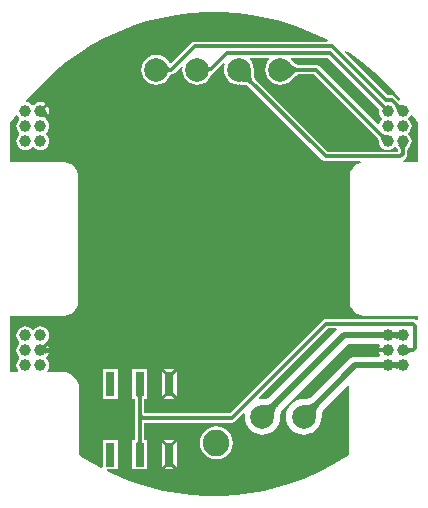
<source format=gtl>
G04*
G04 #@! TF.GenerationSoftware,Altium Limited,Altium Designer,20.1.8 (145)*
G04*
G04 Layer_Physical_Order=1*
G04 Layer_Color=255*
%FSTAX43Y43*%
%MOMM*%
G71*
G04*
G04 #@! TF.SameCoordinates,F7034590-6C5F-481A-A840-7F1FF93F9C38*
G04*
G04*
G04 #@! TF.FilePolarity,Positive*
G04*
G01*
G75*
%ADD17R,0.760X2.000*%
%ADD18C,0.300*%
%ADD19C,0.500*%
%ADD20C,1.000*%
%ADD21C,2.250*%
%ADD22C,2.000*%
G36*
X0107365Y0117965D02*
X0108642Y0117805D01*
X0109905Y0117565D01*
X0111151Y0117246D01*
X0112375Y011685D01*
X0113572Y0116377D01*
X0114736Y0115831D01*
X0115072Y0115647D01*
X011504Y0115524D01*
X0103807D01*
X0103649Y0115493D01*
X0103516Y0115403D01*
X0101816Y0113704D01*
X0101666Y0113733D01*
X0101644Y0113786D01*
X0101443Y0114048D01*
X0101181Y0114249D01*
X0100876Y0114376D01*
X0100549Y0114419D01*
X0100222Y0114376D01*
X0099917Y0114249D01*
X0099655Y0114048D01*
X0099454Y0113786D01*
X0099327Y0113481D01*
X0099284Y0113154D01*
X0099327Y0112827D01*
X0099454Y0112522D01*
X0099655Y011226D01*
X0099917Y0112059D01*
X0100222Y0111932D01*
X0100549Y0111889D01*
X0100876Y0111932D01*
X0101181Y0112059D01*
X0101443Y011226D01*
X0101644Y0112522D01*
X0101711Y0112682D01*
X0101722Y0112698D01*
X0101732Y0112719D01*
X0101733Y0112722D01*
X0101734Y0112723D01*
X0101736Y0112724D01*
X0101739Y0112727D01*
X0101748Y0112731D01*
X0101763Y0112736D01*
X0101784Y011274D01*
X01018Y0112742D01*
X0101849D01*
X0102007Y0112773D01*
X010214Y0112863D01*
X010269Y0113413D01*
X010281Y0113353D01*
X0102784Y0113154D01*
X0102827Y0112827D01*
X0102954Y0112522D01*
X0103155Y011226D01*
X0103417Y0112059D01*
X0103722Y0111932D01*
X0104049Y0111889D01*
X0104376Y0111932D01*
X0104681Y0112059D01*
X0104943Y011226D01*
X0105144Y0112522D01*
X0105262Y0112805D01*
X0105357Y0112823D01*
X010549Y0112913D01*
X0106282Y0113705D01*
X010639Y0113633D01*
X0106327Y0113481D01*
X0106284Y0113154D01*
X0106327Y0112827D01*
X0106454Y0112522D01*
X0106655Y011226D01*
X0106917Y0112059D01*
X0107222Y0111932D01*
X0107549Y0111889D01*
X0107592Y0111895D01*
X0107699Y0111894D01*
X0107948Y0111879D01*
X0108048Y0111865D01*
X0108138Y0111848D01*
X0108214Y0111828D01*
X0108277Y0111805D01*
X0108325Y0111782D01*
X010836Y0111761D01*
X0108362Y0111758D01*
X0114608Y0105513D01*
X0114741Y0105423D01*
X0114899Y0105392D01*
X0117846D01*
X0117859Y0105265D01*
X0117858Y0105265D01*
X0117835Y0105255D01*
X011781Y010525D01*
X0117629Y0105175D01*
X0117607Y0105161D01*
X0117584Y0105151D01*
X0117421Y0105042D01*
X0117403Y0105024D01*
X0117381Y010501D01*
X0117243Y0104872D01*
X0117229Y010485D01*
X0117211Y0104832D01*
X0117102Y0104669D01*
X0117092Y0104646D01*
X0117078Y0104624D01*
X0117003Y0104443D01*
X0116998Y0104418D01*
X0116988Y0104395D01*
X011695Y0104203D01*
Y0104183D01*
X0116945Y0104165D01*
X011694Y0104067D01*
X0116941Y010406D01*
X011694Y0104054D01*
Y0093554D01*
X0116941Y0093548D01*
X011694Y0093541D01*
X0116945Y0093443D01*
X011695Y0093425D01*
Y0093405D01*
X0116988Y0093213D01*
X0116998Y009319D01*
X0117003Y0093165D01*
X0117078Y0092983D01*
X0117092Y0092962D01*
X0117102Y0092939D01*
X0117211Y0092776D01*
X0117229Y0092758D01*
X0117243Y0092736D01*
X0117381Y0092598D01*
X0117403Y0092584D01*
X0117421Y0092566D01*
X0117584Y0092457D01*
X0117607Y0092447D01*
X0117629Y0092433D01*
X011781Y0092358D01*
X0117835Y0092353D01*
X0117858Y0092343D01*
X011805Y0092305D01*
X011807D01*
X0118088Y00923D01*
X0118186Y0092295D01*
X0118193Y0092296D01*
X0118199Y0092295D01*
X012269D01*
Y0091986D01*
X0122573Y0091937D01*
X0122565Y0091945D01*
X0122431Y0092035D01*
X0122273Y0092066D01*
X0114949D01*
X0114791Y0092035D01*
X0114658Y0091945D01*
X01068Y0084087D01*
X0099565D01*
X0099562Y0084088D01*
X0099561Y0084091D01*
Y00853D01*
X0099783D01*
Y0087808D01*
X0098515D01*
Y00853D01*
X0098737D01*
Y0083675D01*
Y0081808D01*
X0098515D01*
Y00793D01*
X0099783D01*
Y0081808D01*
X0099561D01*
Y0083259D01*
X0099562Y0083263D01*
X0099565Y0083264D01*
X010697D01*
X0107128Y0083295D01*
X0107262Y0083384D01*
X0107952Y0084074D01*
X0108067Y008401D01*
X0108042Y0083754D01*
X0108071Y008346D01*
X0108156Y0083177D01*
X0108296Y0082917D01*
X0108483Y0082688D01*
X0108712Y0082501D01*
X0108972Y0082361D01*
X0109255Y0082276D01*
X0109549Y0082247D01*
X0109843Y0082276D01*
X0110126Y0082361D01*
X0110386Y0082501D01*
X0110615Y0082688D01*
X0110802Y0082917D01*
X0110942Y0083177D01*
X0111027Y008346D01*
X0111055Y0083738D01*
X0111059Y0083757D01*
X011106Y0083866D01*
X0111066Y0083954D01*
X0111076Y0084032D01*
X0111089Y00841D01*
X0111104Y0084158D01*
X0111122Y0084207D01*
X011114Y0084246D01*
X0111158Y0084278D01*
X0111177Y0084304D01*
X0111214Y0084346D01*
X0111219Y0084355D01*
X0116756Y0089891D01*
X0119432D01*
X0119496Y0089766D01*
X011949Y0089758D01*
X0119414Y0089575D01*
X0119388Y0089378D01*
X0119414Y0089181D01*
X011949Y0088997D01*
X0119496Y0088989D01*
X0119432Y0088864D01*
X0117403D01*
X0117403Y0088864D01*
X0117207Y0088838D01*
X0117024Y0088763D01*
X0116868Y0088643D01*
X0116868Y0088643D01*
X011365Y0085424D01*
X0113641Y0085419D01*
X0113599Y0085382D01*
X0113573Y0085363D01*
X0113541Y0085345D01*
X0113502Y0085327D01*
X0113453Y0085309D01*
X0113395Y0085294D01*
X0113334Y0085282D01*
X0113154Y0085265D01*
X0113052Y0085264D01*
X0113033Y008526D01*
X0112755Y0085232D01*
X0112472Y0085147D01*
X0112212Y0085007D01*
X0111983Y008482D01*
X0111796Y0084591D01*
X0111656Y0084331D01*
X0111571Y0084048D01*
X0111542Y0083754D01*
X0111571Y008346D01*
X0111656Y0083177D01*
X0111796Y0082917D01*
X0111983Y0082688D01*
X0112212Y0082501D01*
X0112472Y0082361D01*
X0112755Y0082276D01*
X0113049Y0082247D01*
X0113343Y0082276D01*
X0113626Y0082361D01*
X0113886Y0082501D01*
X0114115Y0082688D01*
X0114302Y0082917D01*
X0114442Y0083177D01*
X0114527Y008346D01*
X0114555Y0083738D01*
X0114559Y0083757D01*
X011456Y0083866D01*
X0114566Y0083954D01*
X0114576Y0084032D01*
X0114589Y00841D01*
X0114604Y0084158D01*
X0114622Y0084207D01*
X011464Y0084246D01*
X0114658Y0084278D01*
X0114677Y0084304D01*
X0114714Y0084346D01*
X0114719Y0084355D01*
X0116776Y0086411D01*
X0116862Y0086377D01*
X0116894Y008635D01*
X011689Y0086267D01*
X0116891Y008626D01*
X011689Y0086254D01*
Y0080551D01*
X011649Y0080281D01*
X0115435Y0079651D01*
X0114345Y0079085D01*
X0113223Y0078585D01*
X0112073Y0078153D01*
X0110899Y0077792D01*
X0109706Y0077501D01*
X0108497Y0077282D01*
X0107278Y0077135D01*
X0106052Y0077063D01*
X0104823Y0077063D01*
X0103597Y0077138D01*
X0102378Y0077285D01*
X0101169Y0077505D01*
X0099976Y0077798D01*
X0098803Y0078161D01*
X0097653Y0078594D01*
X0096532Y0079095D01*
X0096375Y0079177D01*
X0096405Y00793D01*
X0097283D01*
Y0081808D01*
X0096015D01*
Y0079486D01*
X0095906Y007942D01*
X0095442Y0079662D01*
X0094389Y0080293D01*
X0093995Y0080563D01*
X0093997Y0086262D01*
X0093995Y0086268D01*
X0093996Y0086275D01*
X0093991Y0086373D01*
X0093987Y0086391D01*
Y008641D01*
X0093948Y0086603D01*
X0093939Y0086626D01*
X0093934Y0086651D01*
X0093859Y0086832D01*
X0093845Y0086854D01*
X0093835Y0086877D01*
X0093726Y008704D01*
X0093708Y0087058D01*
X0093694Y0087079D01*
X0093555Y0087218D01*
X0093534Y0087232D01*
X0093516Y008725D01*
X0093353Y0087359D01*
X0093329Y0087369D01*
X0093308Y0087383D01*
X0093127Y0087458D01*
X0093102Y0087463D01*
X0093078Y0087473D01*
X0092886Y0087511D01*
X0092867D01*
X0092848Y0087516D01*
X009275Y0087521D01*
X0092744Y008752D01*
X0092738Y0087521D01*
X0091409D01*
X0091346Y0087648D01*
X0091407Y0087727D01*
X0091483Y0087911D01*
X0091509Y0088108D01*
X0091483Y0088305D01*
X0091407Y0088488D01*
X0091286Y0088645D01*
X0091242Y0088679D01*
Y0088806D01*
X0091286Y008884D01*
X0091407Y0088997D01*
X0091483Y0089181D01*
X0091489Y0089226D01*
X0091481Y0089226D01*
X0091437Y008922D01*
X0091394Y008921D01*
X0091351Y0089196D01*
X0091309Y0089178D01*
X0091267Y0089156D01*
X0091226Y008913D01*
X0091185Y00891D01*
X0091145Y0089066D01*
X0091106Y0089028D01*
Y0089555D01*
X0090839Y0089288D01*
X0090659Y0089468D01*
X0091242Y0090051D01*
Y0090076D01*
X0091286Y009011D01*
X0091407Y0090267D01*
X0091483Y0090451D01*
X0091509Y0090648D01*
X0091483Y0090845D01*
X0091407Y0091028D01*
X0091286Y0091185D01*
X0091129Y0091306D01*
X0090946Y0091382D01*
X0090749Y0091408D01*
X0090552Y0091382D01*
X0090368Y0091306D01*
X0090211Y0091185D01*
X0090177Y0091142D01*
X009005D01*
X0090016Y0091185D01*
X0089859Y0091306D01*
X0089676Y0091382D01*
X0089479Y0091408D01*
X0089282Y0091382D01*
X0089098Y0091306D01*
X0088941Y0091185D01*
X008882Y0091028D01*
X0088744Y0090845D01*
X0088718Y0090648D01*
X0088744Y0090451D01*
X008882Y0090267D01*
X0088941Y009011D01*
X0088985Y0090076D01*
Y0089949D01*
X0088941Y0089915D01*
X008882Y0089758D01*
X0088744Y0089575D01*
X0088718Y0089378D01*
X0088744Y0089181D01*
X008882Y0088997D01*
X0088941Y008884D01*
X0088985Y0088806D01*
Y0088679D01*
X0088941Y0088645D01*
X008882Y0088488D01*
X0088744Y0088305D01*
X0088718Y0088108D01*
X0088744Y0087911D01*
X008882Y0087727D01*
X0088881Y0087648D01*
X0088819Y0087521D01*
X0088197D01*
Y0092295D01*
X0092699D01*
X0092705Y0092296D01*
X0092712Y0092295D01*
X009281Y00923D01*
X0092828Y0092305D01*
X0092848D01*
X009304Y0092343D01*
X0093063Y0092353D01*
X0093088Y0092358D01*
X009327Y0092433D01*
X0093291Y0092447D01*
X0093314Y0092457D01*
X0093477Y0092566D01*
X0093495Y0092584D01*
X0093517Y0092598D01*
X0093655Y0092736D01*
X0093669Y0092758D01*
X0093687Y0092776D01*
X0093796Y0092939D01*
X0093806Y0092962D01*
X009382Y0092983D01*
X0093895Y0093165D01*
X00939Y009319D01*
X009391Y0093213D01*
X0093948Y0093405D01*
Y0093425D01*
X0093953Y0093443D01*
X0093958Y0093541D01*
X0093957Y0093548D01*
X0093958Y0093554D01*
Y0104054D01*
X0093957Y010406D01*
X0093958Y0104067D01*
X0093953Y0104165D01*
X0093948Y0104183D01*
Y0104203D01*
X009391Y0104395D01*
X00939Y0104418D01*
X0093895Y0104443D01*
X009382Y0104624D01*
X0093806Y0104646D01*
X0093796Y0104669D01*
X0093687Y0104832D01*
X0093669Y010485D01*
X0093655Y0104872D01*
X0093517Y010501D01*
X0093495Y0105024D01*
X0093477Y0105042D01*
X0093314Y0105151D01*
X0093291Y0105161D01*
X0093269Y0105175D01*
X0093088Y010525D01*
X0093063Y0105255D01*
X009304Y0105265D01*
X0092848Y0105303D01*
X0092828D01*
X009281Y0105308D01*
X0092712Y0105313D01*
X0092705Y0105312D01*
X0092699Y0105313D01*
X0088197D01*
Y0108611D01*
X0088501Y010909D01*
X0088675Y0109328D01*
X0088801Y0109313D01*
X008882Y0109267D01*
X0088941Y010911D01*
X0088985Y0109076D01*
Y0108949D01*
X0088941Y0108915D01*
X008882Y0108758D01*
X0088744Y0108575D01*
X0088718Y0108378D01*
X0088744Y0108181D01*
X008882Y0107997D01*
X0088941Y010784D01*
X0088985Y0107806D01*
Y0107679D01*
X0088941Y0107645D01*
X008882Y0107488D01*
X0088744Y0107305D01*
X0088718Y0107108D01*
X0088744Y0106911D01*
X008882Y0106727D01*
X0088941Y010657D01*
X0089098Y0106449D01*
X0089282Y0106373D01*
X0089479Y0106347D01*
X0089676Y0106373D01*
X0089859Y0106449D01*
X0090016Y010657D01*
X009005Y0106614D01*
X0090177D01*
X0090211Y010657D01*
X0090368Y0106449D01*
X0090552Y0106373D01*
X0090749Y0106347D01*
X0090946Y0106373D01*
X0091129Y0106449D01*
X0091286Y010657D01*
X0091407Y0106727D01*
X0091483Y0106911D01*
X0091509Y0107108D01*
X0091483Y0107305D01*
X0091407Y0107488D01*
X0091286Y0107645D01*
X0091242Y0107679D01*
Y0107806D01*
X0091286Y010784D01*
X0091407Y0107997D01*
X0091483Y0108181D01*
X0091509Y0108378D01*
X0091483Y0108575D01*
X0091407Y0108758D01*
X0091286Y0108915D01*
X0091242Y0108949D01*
Y0109047D01*
X0091224Y0109064D01*
X0091188Y0109091D01*
X009115Y0109113D01*
X009111Y0109131D01*
X0091068Y0109146D01*
X0091025Y0109156D01*
X0090979Y0109161D01*
X0090931Y0109163D01*
X0090881Y0109161D01*
X0090829Y0109154D01*
X0091244Y0109718D01*
X0091253Y0109662D01*
X0091278Y0109558D01*
X0091294Y010951D01*
X0091312Y0109465D01*
X0091332Y0109422D01*
X0091355Y0109382D01*
X009138Y0109345D01*
X0091407Y0109311D01*
X009142Y0109297D01*
X0091483Y0109451D01*
X0091509Y0109648D01*
X0091483Y0109845D01*
X0091407Y0110028D01*
X0091364Y0110084D01*
X0090839Y0109558D01*
X0090659Y0109738D01*
X0091185Y0110263D01*
X0091129Y0110306D01*
X0090946Y0110382D01*
X0090749Y0110408D01*
X0090552Y0110382D01*
X0090368Y0110306D01*
X0090211Y0110185D01*
X0090177Y0110142D01*
X009005D01*
X0090016Y0110185D01*
X0089859Y0110306D01*
X0089676Y0110382D01*
X0089618Y011039D01*
X0089571Y0110508D01*
X0090079Y0111121D01*
X009096Y0112058D01*
X0091898Y0112938D01*
X0092889Y0113757D01*
X009393Y0114513D01*
X0095016Y0115202D01*
X0096143Y0115822D01*
X0097307Y0116369D01*
X0098503Y0116843D01*
X0099726Y011724D01*
X0100972Y011756D01*
X0102236Y0117802D01*
X0103512Y0117963D01*
X0104795Y0118045D01*
X0106082Y0118045D01*
X0107365Y0117965D01*
D02*
G37*
G36*
X0105026Y0113375D02*
X0105032Y011337D01*
X0105042Y0113366D01*
X0105054Y0113363D01*
X010507Y011336D01*
X0105089Y0113358D01*
X0105138Y0113355D01*
X0105199Y0113354D01*
Y0113054D01*
X010517Y0113054D01*
X0105082Y0113047D01*
X0105068Y0113044D01*
X0105057Y0113041D01*
X0105048Y0113037D01*
X0105043Y0113032D01*
X0105041Y0113027D01*
X0105023Y0113379D01*
X0105026Y0113375D01*
D02*
G37*
G36*
X0101503Y0113466D02*
X0101524Y0113432D01*
X010155Y0113402D01*
X010158Y0113376D01*
X0101614Y0113354D01*
X0101652Y0113336D01*
X0101695Y0113322D01*
X0101742Y0113312D01*
X0101793Y0113306D01*
X0101849Y0113304D01*
Y0113004D01*
X0101793Y0113002D01*
X0101742Y0112996D01*
X0101695Y0112986D01*
X0101652Y0112972D01*
X0101614Y0112954D01*
X010158Y0112932D01*
X010155Y0112906D01*
X0101524Y0112876D01*
X0101503Y0112842D01*
X0101486Y0112804D01*
Y0113504D01*
X0101503Y0113466D01*
D02*
G37*
G36*
X0111869Y0113749D02*
X0112068Y0113574D01*
X0112162Y0113502D01*
X0112251Y0113441D01*
X0112337Y0113392D01*
X0112418Y0113354D01*
X0112495Y0113326D01*
X0112569Y011331D01*
X0112638Y0113304D01*
Y0113004D01*
X0112569Y0112998D01*
X0112495Y0112982D01*
X0112418Y0112954D01*
X0112337Y0112916D01*
X0112251Y0112867D01*
X0112162Y0112806D01*
X0112068Y0112734D01*
X0111869Y0112559D01*
X0111763Y0112454D01*
Y0113854D01*
X0111869Y0113749D01*
D02*
G37*
G36*
X010855Y0112995D02*
X0108566Y011273D01*
X0108582Y0112613D01*
X0108602Y0112507D01*
X0108628Y0112412D01*
X0108658Y0112327D01*
X0108693Y0112253D01*
X0108733Y0112189D01*
X0108778Y0112137D01*
X0108566Y0111925D01*
X0108514Y011197D01*
X010845Y011201D01*
X0108376Y0112045D01*
X0108291Y0112075D01*
X0108196Y0112101D01*
X010809Y0112121D01*
X0107973Y0112137D01*
X0107708Y0112153D01*
X0107559Y0112154D01*
X0108549Y0113144D01*
X010855Y0112995D01*
D02*
G37*
G36*
X0116951Y0114525D02*
X0117992Y011377D01*
X0118985Y0112952D01*
X0119924Y0112072D01*
X0120805Y0111136D01*
X0121191Y0110671D01*
X0121136Y0110539D01*
X012112Y0110537D01*
X0120814Y0110843D01*
X0120681Y0110932D01*
X0120523Y0110964D01*
X0120199D01*
X0116505Y0114658D01*
X0116584Y0114757D01*
X0116951Y0114525D01*
D02*
G37*
G36*
X0121014Y0110276D02*
X0121049Y0110249D01*
X0121087Y0110226D01*
X0121127Y0110205D01*
X012117Y0110188D01*
X0121215Y0110173D01*
X0121262Y0110162D01*
X0121312Y0110154D01*
X0121365Y0110149D01*
X012142Y0110148D01*
X0120919Y0109659D01*
X0120918Y0109713D01*
X0120915Y0109766D01*
X0120908Y0109815D01*
X0120897Y0109863D01*
X0120884Y0109908D01*
X0120867Y010995D01*
X0120847Y0109991D01*
X0120823Y0110028D01*
X0120796Y0110064D01*
X0120766Y0110097D01*
X0120981Y0110306D01*
X0121014Y0110276D01*
D02*
G37*
G36*
X0119409Y0109805D02*
X0119388Y0109648D01*
X0119414Y0109451D01*
X011949Y0109267D01*
X0119611Y010911D01*
X0119655Y0109076D01*
Y0108949D01*
X0119611Y0108915D01*
X011949Y0108758D01*
X011942Y010859D01*
X0119306Y0108538D01*
X0119296Y0108534D01*
X0114385Y0113445D01*
X0114252Y0113535D01*
X0114094Y0113566D01*
X0112611D01*
X0112607Y0113566D01*
X0112568Y0113575D01*
X0112517Y0113593D01*
X0112457Y0113621D01*
X0112389Y0113661D01*
X0112313Y0113712D01*
X0112233Y0113774D01*
X0112046Y0113939D01*
X011197Y0114014D01*
X0111966Y0114019D01*
X0112009Y0114146D01*
X0115068D01*
X0119409Y0109805D01*
D02*
G37*
G36*
X0119733Y010773D02*
X0119768Y0107703D01*
X0119806Y010768D01*
X0119846Y010766D01*
X0119889Y0107643D01*
X0119934Y0107629D01*
X0119981Y0107619D01*
X0120031Y0107612D01*
X0120083Y0107608D01*
X0120138Y0107608D01*
X0119649Y0107107D01*
X0119647Y0107162D01*
X0119642Y0107214D01*
X0119634Y0107264D01*
X0119623Y0107312D01*
X0119609Y0107357D01*
X0119591Y01074D01*
X0119571Y010744D01*
X0119547Y0107477D01*
X011952Y0107513D01*
X011949Y0107545D01*
X01197Y010776D01*
X0119733Y010773D01*
D02*
G37*
G36*
X0121731Y0106711D02*
X0121697Y0106671D01*
X0121667Y0106631D01*
X0121641Y0106589D01*
X0121619Y0106548D01*
X0121601Y0106505D01*
X0121587Y0106463D01*
X0121577Y0106419D01*
X0121571Y0106375D01*
X0121569Y0106331D01*
X0121269D01*
X0121267Y0106375D01*
X0121261Y0106419D01*
X0121251Y0106463D01*
X0121237Y0106505D01*
X0121219Y0106548D01*
X0121197Y0106589D01*
X0121171Y0106631D01*
X0121141Y0106671D01*
X0121107Y0106711D01*
X0121069Y0106751D01*
X0121769D01*
X0121731Y0106711D01*
D02*
G37*
G36*
X0110132Y0114019D02*
X0109954Y0113786D01*
X0109827Y0113481D01*
X0109784Y0113154D01*
X0109827Y0112827D01*
X0109954Y0112522D01*
X0110155Y011226D01*
X0110417Y0112059D01*
X0110722Y0111932D01*
X0111049Y0111889D01*
X0111376Y0111932D01*
X0111681Y0112059D01*
X0111943Y011226D01*
X011197Y0112294D01*
X0112046Y0112369D01*
X0112233Y0112534D01*
X0112313Y0112596D01*
X0112389Y0112647D01*
X0112457Y0112687D01*
X0112517Y0112715D01*
X0112568Y0112733D01*
X0112607Y0112742D01*
X0112611Y0112742D01*
X0113923D01*
X0119329Y0107336D01*
X0119334Y010733D01*
X0119346Y0107312D01*
X0119356Y0107291D01*
X0119365Y0107269D01*
X0119373Y0107243D01*
X011938Y0107214D01*
X0119385Y0107182D01*
X0119388Y0107146D01*
X0119389Y0107116D01*
X0119388Y0107108D01*
X0119414Y0106911D01*
X011949Y0106727D01*
X0119611Y010657D01*
X0119768Y0106449D01*
X0119952Y0106373D01*
X0120149Y0106347D01*
X0120346Y0106373D01*
X0120529Y0106449D01*
X0120686Y010657D01*
X012072Y0106614D01*
X0120847D01*
X0120881Y010657D01*
X0120889Y0106563D01*
X0120915Y0106537D01*
X0120938Y010651D01*
X0120957Y0106484D01*
X0120972Y010646D01*
X0120985Y0106436D01*
X0120994Y0106414D01*
X0121001Y0106393D01*
X0121006Y0106372D01*
X0121007Y0106365D01*
Y0106216D01*
X011507D01*
X0108945Y0112341D01*
X0108942Y0112343D01*
X0108921Y0112378D01*
X0108898Y0112426D01*
X0108875Y0112489D01*
X0108855Y0112565D01*
X0108838Y0112655D01*
X0108824Y0112755D01*
X0108809Y0113004D01*
X0108808Y0113111D01*
X0108814Y0113154D01*
X0108771Y0113481D01*
X0108644Y0113786D01*
X0108466Y0114019D01*
X0108509Y0114146D01*
X0110089D01*
X0110132Y0114019D01*
D02*
G37*
G36*
X0122385Y0109107D02*
X012269Y0108628D01*
X012269Y0105403D01*
X01226Y0105313D01*
X0121447D01*
X0121425Y010544D01*
X0121534Y0105513D01*
X012171Y0105688D01*
X0121799Y0105822D01*
X0121831Y010598D01*
Y0106365D01*
X0121832Y0106372D01*
X0121836Y0106393D01*
X0121843Y0106414D01*
X0121853Y0106436D01*
X0121865Y010646D01*
X0121881Y0106484D01*
X01219Y010651D01*
X0121923Y0106537D01*
X0121948Y0106563D01*
X0121956Y010657D01*
X0122077Y0106727D01*
X0122153Y0106911D01*
X0122179Y0107108D01*
X0122153Y0107305D01*
X0122077Y0107488D01*
X0121956Y0107645D01*
X0121912Y0107679D01*
Y0107806D01*
X0121956Y010784D01*
X0122077Y0107997D01*
X0122153Y0108181D01*
X0122179Y0108378D01*
X0122153Y0108575D01*
X0122077Y0108758D01*
X0121956Y0108915D01*
X0121912Y0108949D01*
Y0109076D01*
X0121956Y010911D01*
X0122077Y0109267D01*
X0122097Y0109314D01*
X0122223Y0109329D01*
X0122385Y0109107D01*
D02*
G37*
G36*
X0121062Y0090298D02*
X012104Y0090317D01*
X0121015Y0090334D01*
X0120987Y0090349D01*
X0120954Y0090362D01*
X0120919Y0090373D01*
X0120879Y0090382D01*
X0120836Y0090389D01*
X012079Y0090394D01*
X0120686Y0090398D01*
Y0090898D01*
X0120739Y0090899D01*
X0120836Y0090907D01*
X0120879Y0090914D01*
X0120919Y0090923D01*
X0120954Y0090934D01*
X0120987Y0090947D01*
X0121015Y0090962D01*
X012104Y0090979D01*
X0121062Y0090998D01*
Y0090298D01*
D02*
G37*
G36*
X0121815Y008969D02*
X0121855Y0089656D01*
X0121896Y0089626D01*
X0121937Y00896D01*
X0121979Y0089578D01*
X0122021Y008956D01*
X0122064Y0089546D01*
X0122107Y0089536D01*
X0122151Y008953D01*
X0122196Y0089528D01*
Y0089228D01*
X0122151Y0089226D01*
X0122107Y008922D01*
X0122064Y008921D01*
X0122021Y0089196D01*
X0121979Y0089178D01*
X0121937Y0089156D01*
X0121896Y008913D01*
X0121855Y00891D01*
X0121815Y0089066D01*
X0121776Y0089028D01*
Y0089728D01*
X0121815Y008969D01*
D02*
G37*
G36*
X0121062Y0087758D02*
X012104Y0087777D01*
X0121015Y0087794D01*
X0120987Y0087809D01*
X0120954Y0087822D01*
X0120919Y0087833D01*
X0120879Y0087842D01*
X0120836Y0087849D01*
X012079Y0087854D01*
X0120686Y0087858D01*
Y0088358D01*
X0120739Y0088359D01*
X0120836Y0088367D01*
X0120879Y0088374D01*
X0120919Y0088383D01*
X0120954Y0088394D01*
X0120987Y0088407D01*
X0121015Y0088422D01*
X012104Y0088439D01*
X0121062Y0088458D01*
Y0087758D01*
D02*
G37*
G36*
X0099421Y0085557D02*
X0099395Y0085548D01*
X0099372Y0085533D01*
X0099353Y0085512D01*
X0099337Y0085484D01*
X0099323Y0085451D01*
X0099312Y0085412D01*
X0099305Y0085366D01*
X00993Y0085315D01*
X0099299Y0085257D01*
X0098999D01*
X0098997Y0085315D01*
X0098993Y0085366D01*
X0098985Y0085412D01*
X0098975Y0085451D01*
X0098962Y0085484D01*
X0098945Y0085512D01*
X0098925Y0085533D01*
X0098903Y0085548D01*
X0098878Y0085557D01*
X0098849Y008556D01*
X0099449D01*
X0099421Y0085557D01*
D02*
G37*
G36*
X011584Y0091115D02*
X011015Y0085424D01*
X0110141Y0085419D01*
X0110099Y0085382D01*
X0110073Y0085363D01*
X0110041Y0085345D01*
X0110002Y0085327D01*
X0109953Y0085309D01*
X0109895Y0085294D01*
X0109834Y0085282D01*
X0109654Y0085265D01*
X0109552Y0085264D01*
X0109533Y008526D01*
X0109293Y0085236D01*
X0109229Y0085351D01*
X011512Y0091242D01*
X0115788D01*
X011584Y0091115D01*
D02*
G37*
G36*
X0114335Y0084686D02*
X0114279Y0084624D01*
X011423Y0084556D01*
X0114186Y008448D01*
X0114149Y0084398D01*
X0114117Y008431D01*
X0114092Y0084214D01*
X0114072Y0084112D01*
X0114058Y0084003D01*
X0114051Y0083887D01*
X0114049Y0083764D01*
X0113059Y0084754D01*
X0113182Y0084756D01*
X0113407Y0084777D01*
X0113509Y0084797D01*
X0113605Y0084822D01*
X0113693Y0084854D01*
X0113775Y0084891D01*
X0113851Y0084935D01*
X0113919Y0084984D01*
X0113981Y008504D01*
X0114335Y0084686D01*
D02*
G37*
G36*
X0110835D02*
X0110779Y0084624D01*
X011073Y0084556D01*
X0110686Y008448D01*
X0110649Y0084398D01*
X0110617Y008431D01*
X0110592Y0084214D01*
X0110572Y0084112D01*
X0110558Y0084003D01*
X0110551Y0083887D01*
X0110549Y0083764D01*
X0109559Y0084754D01*
X0109682Y0084756D01*
X0109907Y0084777D01*
X0110009Y0084797D01*
X0110105Y0084822D01*
X0110193Y0084854D01*
X0110275Y0084891D01*
X0110351Y0084935D01*
X0110419Y0084984D01*
X0110481Y008504D01*
X0110835Y0084686D01*
D02*
G37*
G36*
X0099302Y0084068D02*
X0099311Y0084017D01*
X0099326Y0083972D01*
X0099347Y0083933D01*
X0099374Y00839D01*
X0099407Y0083873D01*
X0099446Y0083852D01*
X0099491Y0083837D01*
X0099542Y0083828D01*
X0099599Y0083825D01*
Y0083525D01*
X0099542Y0083522D01*
X0099491Y0083513D01*
X0099446Y0083498D01*
X0099407Y0083477D01*
X0099374Y008345D01*
X0099347Y0083417D01*
X0099326Y0083378D01*
X0099311Y0083333D01*
X0099302Y0083282D01*
X0099299Y0083225D01*
X0098999Y0083675D01*
X0099299Y0084125D01*
X0099302Y0084068D01*
D02*
G37*
G36*
X00993Y0081793D02*
X0099305Y0081742D01*
X0099312Y0081696D01*
X0099323Y0081657D01*
X0099337Y0081624D01*
X0099353Y0081596D01*
X0099372Y0081575D01*
X0099395Y008156D01*
X0099421Y0081551D01*
X0099449Y0081548D01*
X0098849D01*
X0098878Y0081551D01*
X0098903Y008156D01*
X0098925Y0081575D01*
X0098945Y0081596D01*
X0098962Y0081624D01*
X0098975Y0081657D01*
X0098985Y0081696D01*
X0098993Y0081742D01*
X0098997Y0081793D01*
X0098999Y0081851D01*
X0099299D01*
X00993Y0081793D01*
D02*
G37*
%LPC*%
G36*
X0091364Y0089814D02*
X0091197Y0089647D01*
X0091226Y0089626D01*
X0091267Y00896D01*
X0091309Y0089578D01*
X0091351Y008956D01*
X0091394Y0089546D01*
X0091437Y0089536D01*
X0091481Y008953D01*
X0091489Y0089529D01*
X0091483Y0089575D01*
X0091407Y0089758D01*
X0091364Y0089814D01*
D02*
G37*
G36*
X0102103Y0087808D02*
X0101195D01*
X0101649Y0087354D01*
X0102103Y0087808D01*
D02*
G37*
G36*
X0102283Y0087628D02*
X0101739Y0087084D01*
X0101649Y0087174D01*
X0101559Y0087084D01*
X0101015Y0087628D01*
Y008548D01*
X0101559Y0086024D01*
X0101649Y0085934D01*
X0101739Y0086024D01*
X0102283Y008548D01*
Y0087628D01*
D02*
G37*
G36*
X0101649Y0085754D02*
X0101195Y00853D01*
X0102103D01*
X0101649Y0085754D01*
D02*
G37*
G36*
X0097283Y0087808D02*
X0096015D01*
Y00853D01*
X0097283D01*
Y0087808D01*
D02*
G37*
G36*
X0102103Y0081808D02*
X0101195D01*
X0101649Y0081354D01*
X0102103Y0081808D01*
D02*
G37*
G36*
X0102283Y0081628D02*
X0101739Y0081084D01*
X0101649Y0081174D01*
X0101559Y0081084D01*
X0101015Y0081628D01*
Y007948D01*
X0101559Y0080024D01*
X0101649Y0079934D01*
X0101739Y0080024D01*
X0102283Y007948D01*
Y0081628D01*
D02*
G37*
G36*
X0105649Y0082945D02*
X0105289Y0082898D01*
X0104954Y0082759D01*
X0104665Y0082538D01*
X0104444Y0082249D01*
X0104305Y0081914D01*
X0104258Y0081554D01*
X0104305Y0081194D01*
X0104444Y0080859D01*
X0104665Y008057D01*
X0104954Y0080349D01*
X0105289Y008021D01*
X0105649Y0080163D01*
X0106009Y008021D01*
X0106344Y0080349D01*
X0106633Y008057D01*
X0106854Y0080859D01*
X0106993Y0081194D01*
X010704Y0081554D01*
X0106993Y0081914D01*
X0106854Y0082249D01*
X0106633Y0082538D01*
X0106344Y0082759D01*
X0106009Y0082898D01*
X0105649Y0082945D01*
D02*
G37*
G36*
X0101649Y0079754D02*
X0101195Y00793D01*
X0102103D01*
X0101649Y0079754D01*
D02*
G37*
%LPD*%
D17*
X0096649Y0080554D02*
D03*
X0099149D02*
D03*
X0101649D02*
D03*
Y0086554D02*
D03*
X0099149D02*
D03*
X0096649D02*
D03*
D18*
X0106553Y0114558D02*
X0115238D01*
X0104049Y0113154D02*
X0104099Y0113204D01*
X0105199D01*
X0106553Y0114558D01*
X0101849Y0113154D02*
X0103807Y0115112D01*
X0100549Y0113154D02*
X0101849D01*
X0103807Y0115112D02*
X0115468D01*
X0120523Y0110552D02*
X0121419Y0109656D01*
Y0109648D02*
Y0109656D01*
X0115468Y0115112D02*
X0120028Y0110552D01*
X0120523D01*
X0115238Y0114558D02*
X0120149Y0109648D01*
X0111049Y0113154D02*
X0114094D01*
X012014Y0107108D01*
X0120149D01*
X0091875Y0089378D02*
X0092199Y0089054D01*
X0090749Y0089378D02*
X0091875D01*
X0120142Y0089385D02*
X0120149Y0089378D01*
X0119118Y0089385D02*
X0120142D01*
X0090855Y0109648D02*
X0091449Y0109054D01*
X0090749Y0109648D02*
X0090855D01*
X0121419Y010598D02*
Y0107108D01*
X0114899Y0105804D02*
X0121243D01*
X0121419Y010598D01*
X0107549Y0113154D02*
X0114899Y0105804D01*
X0099149Y0083675D02*
Y0086554D01*
Y0080554D02*
Y0083675D01*
X0122449Y0089553D02*
Y0091478D01*
X0121419Y0089378D02*
X0122273D01*
X0122449Y0089553D01*
X0114949Y0091654D02*
X0122273D01*
X0122449Y0091478D01*
X010697Y0083675D02*
X0114949Y0091654D01*
X0099149Y0083675D02*
X010697D01*
D19*
X0116443Y0090648D02*
X0120149D01*
X0109549Y0083754D02*
X0116443Y0090648D01*
X0117403Y0088108D02*
X0120149D01*
Y0090648D02*
X0121419D01*
X0120149Y0088108D02*
X0121419D01*
X0113049Y0083754D02*
X0117403Y0088108D01*
D20*
X0089479Y0109648D02*
D03*
X0090749D02*
D03*
X0089479Y0108378D02*
D03*
X0090749D02*
D03*
X0089479Y0107108D02*
D03*
X0090749D02*
D03*
X0120149Y0090648D02*
D03*
X0121419D02*
D03*
X0120149Y0089378D02*
D03*
X0121419D02*
D03*
X0120149Y0088108D02*
D03*
X0121419D02*
D03*
Y0107108D02*
D03*
X0120149D02*
D03*
X0121419Y0108378D02*
D03*
X0120149D02*
D03*
X0121419Y0109648D02*
D03*
X0120149D02*
D03*
X0090749Y0088108D02*
D03*
X0089479D02*
D03*
X0090749Y0089378D02*
D03*
X0089479D02*
D03*
X0090749Y0090648D02*
D03*
X0089479D02*
D03*
D21*
X0105649Y0081554D02*
D03*
D22*
X0100549Y0113154D02*
D03*
X0104049D02*
D03*
X0107549D02*
D03*
X0111049D02*
D03*
X0109549Y0083754D02*
D03*
X0113049D02*
D03*
M02*

</source>
